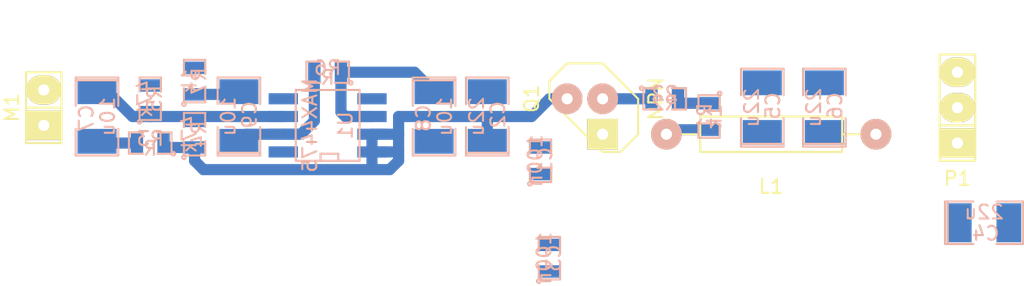
<source format=kicad_pcb>
(kicad_pcb (version 4) (host pcbnew "(2015-11-08 BZR 6303, Git 5897580)-product")

  (general
    (links 36)
    (no_connects 19)
    (area 127.686999 97.246 224.255001 120.979001)
    (thickness 1.6)
    (drawings 2)
    (tracks 50)
    (zones 0)
    (modules 21)
    (nets 13)
  )

  (page A4)
  (layers
    (0 F.Cu signal)
    (31 B.Cu signal)
    (32 B.Adhes user)
    (33 F.Adhes user)
    (34 B.Paste user)
    (35 F.Paste user)
    (36 B.SilkS user)
    (37 F.SilkS user)
    (38 B.Mask user)
    (39 F.Mask user)
    (40 Dwgs.User user)
    (41 Cmts.User user)
    (42 Eco1.User user)
    (43 Eco2.User user)
    (44 Edge.Cuts user)
    (45 Margin user)
    (46 B.CrtYd user)
    (47 F.CrtYd user)
    (48 B.Fab user)
    (49 F.Fab user)
  )

  (setup
    (last_trace_width 0.8)
    (user_trace_width 0.6)
    (user_trace_width 0.8)
    (user_trace_width 0.9)
    (user_trace_width 1)
    (user_trace_width 1.1)
    (user_trace_width 1.2)
    (trace_clearance 0)
    (zone_clearance 0.508)
    (zone_45_only no)
    (trace_min 0.2)
    (segment_width 0.2)
    (edge_width 0.15)
    (via_size 2.1)
    (via_drill 0.8)
    (via_min_size 0.4)
    (via_min_drill 0.3)
    (uvia_size 0.3)
    (uvia_drill 0.1)
    (uvias_allowed no)
    (uvia_min_size 0.2)
    (uvia_min_drill 0.1)
    (pcb_text_width 0.3)
    (pcb_text_size 1.5 1.5)
    (mod_edge_width 0.15)
    (mod_text_size 1 1)
    (mod_text_width 0.15)
    (pad_size 2.2 2.2)
    (pad_drill 0.8)
    (pad_to_mask_clearance 0.2)
    (aux_axis_origin 0 0)
    (visible_elements FFFCF77F)
    (pcbplotparams
      (layerselection 0x00030_80000001)
      (usegerberextensions false)
      (excludeedgelayer true)
      (linewidth 0.100000)
      (plotframeref false)
      (viasonmask false)
      (mode 1)
      (useauxorigin false)
      (hpglpennumber 1)
      (hpglpenspeed 20)
      (hpglpendiameter 15)
      (hpglpenoverlay 2)
      (psnegative false)
      (psa4output false)
      (plotreference true)
      (plotvalue true)
      (plotinvisibletext false)
      (padsonsilk false)
      (subtractmaskfromsilk false)
      (outputformat 1)
      (mirror false)
      (drillshape 1)
      (scaleselection 1)
      (outputdirectory ""))
  )

  (net 0 "")
  (net 1 "Net-(C1-Pad1)")
  (net 2 GND)
  (net 3 "Net-(C4-Pad1)")
  (net 4 "Net-(C5-Pad1)")
  (net 5 "Net-(C6-Pad1)")
  (net 6 "Net-(C7-Pad1)")
  (net 7 "Net-(C7-Pad2)")
  (net 8 "Net-(C8-Pad1)")
  (net 9 "Net-(C8-Pad2)")
  (net 10 "Net-(C9-Pad1)")
  (net 11 "Net-(C9-Pad2)")
  (net 12 "Net-(Q1-Pad2)")

  (net_class Default "This is the default net class."
    (clearance 0)
    (trace_width 0.8)
    (via_dia 2.1)
    (via_drill 0.8)
    (uvia_dia 0.3)
    (uvia_drill 0.1)
    (add_net GND)
    (add_net "Net-(C1-Pad1)")
    (add_net "Net-(C4-Pad1)")
    (add_net "Net-(C5-Pad1)")
    (add_net "Net-(C6-Pad1)")
    (add_net "Net-(C7-Pad1)")
    (add_net "Net-(C7-Pad2)")
    (add_net "Net-(C8-Pad1)")
    (add_net "Net-(C8-Pad2)")
    (add_net "Net-(C9-Pad1)")
    (add_net "Net-(C9-Pad2)")
    (add_net "Net-(Q1-Pad2)")
  )

  (module SMD_Packages:SMD-0805 (layer B.Cu) (tedit 0) (tstamp 5624FCE7)
    (at 211.455 111.125 90)
    (path /55FC4D07)
    (attr smd)
    (fp_text reference C1 (at 0 0.3175 90) (layer B.SilkS)
      (effects (font (size 1 1) (thickness 0.15)) (justify mirror))
    )
    (fp_text value 100n (at 0 -0.381 90) (layer B.SilkS)
      (effects (font (size 1 1) (thickness 0.15)) (justify mirror))
    )
    (fp_circle (center -1.651 -0.762) (end -1.651 -0.635) (layer B.SilkS) (width 0.15))
    (fp_line (start -0.508 -0.762) (end -1.524 -0.762) (layer B.SilkS) (width 0.15))
    (fp_line (start -1.524 -0.762) (end -1.524 0.762) (layer B.SilkS) (width 0.15))
    (fp_line (start -1.524 0.762) (end -0.508 0.762) (layer B.SilkS) (width 0.15))
    (fp_line (start 0.508 0.762) (end 1.524 0.762) (layer B.SilkS) (width 0.15))
    (fp_line (start 1.524 0.762) (end 1.524 -0.762) (layer B.SilkS) (width 0.15))
    (fp_line (start 1.524 -0.762) (end 0.508 -0.762) (layer B.SilkS) (width 0.15))
    (pad 1 smd rect (at -0.9525 0 90) (size 0.889 1.397) (layers B.Cu B.Paste B.Mask)
      (net 1 "Net-(C1-Pad1)"))
    (pad 2 smd rect (at 0.9525 0 90) (size 0.889 1.397) (layers B.Cu B.Paste B.Mask)
      (net 2 GND))
    (model SMD_Packages/SMD-0805.wrl
      (at (xyz 0 0 0))
      (scale (xyz 0.1 0.1 0.1))
      (rotate (xyz 0 0 0))
    )
  )

  (module SMD_Packages:SMD-1210_Pol (layer B.Cu) (tedit 0) (tstamp 5624FCED)
    (at 207.645 107.95 90)
    (tags "CMS SM")
    (path /55FD2E33)
    (attr smd)
    (fp_text reference C2 (at 0.127 0.762 90) (layer B.SilkS)
      (effects (font (size 1 1) (thickness 0.15)) (justify mirror))
    )
    (fp_text value 22u (at 0 -0.762 90) (layer B.SilkS)
      (effects (font (size 1 1) (thickness 0.15)) (justify mirror))
    )
    (fp_line (start -2.794 1.524) (end -2.794 -1.524) (layer B.SilkS) (width 0.15))
    (fp_line (start 0.889 -1.524) (end 2.794 -1.524) (layer B.SilkS) (width 0.15))
    (fp_line (start 2.794 -1.524) (end 2.794 1.524) (layer B.SilkS) (width 0.15))
    (fp_line (start 2.794 1.524) (end 0.889 1.524) (layer B.SilkS) (width 0.15))
    (fp_line (start -0.762 1.524) (end -2.794 1.524) (layer B.SilkS) (width 0.15))
    (fp_line (start -2.594 1.524) (end -2.594 -1.524) (layer B.SilkS) (width 0.15))
    (fp_line (start -2.794 -1.524) (end -0.762 -1.524) (layer B.SilkS) (width 0.15))
    (pad 1 smd rect (at -1.778 0 90) (size 1.778 2.794) (layers B.Cu B.Paste B.Mask)
      (net 1 "Net-(C1-Pad1)"))
    (pad 2 smd rect (at 1.778 0 90) (size 1.778 2.794) (layers B.Cu B.Paste B.Mask)
      (net 2 GND))
    (model SMD_Packages/SMD-1210_Pol.wrl
      (at (xyz 0 0 0))
      (scale (xyz 0.2 0.2 0.2))
      (rotate (xyz 0 0 0))
    )
  )

  (module SMD_Packages:SMD-0805 (layer B.Cu) (tedit 0) (tstamp 5624FCF3)
    (at 212.09 118.11 90)
    (path /55FC4430)
    (attr smd)
    (fp_text reference C3 (at 0 0.3175 90) (layer B.SilkS)
      (effects (font (size 1 1) (thickness 0.15)) (justify mirror))
    )
    (fp_text value 100n (at 0 -0.381 90) (layer B.SilkS)
      (effects (font (size 1 1) (thickness 0.15)) (justify mirror))
    )
    (fp_circle (center -1.651 -0.762) (end -1.651 -0.635) (layer B.SilkS) (width 0.15))
    (fp_line (start -0.508 -0.762) (end -1.524 -0.762) (layer B.SilkS) (width 0.15))
    (fp_line (start -1.524 -0.762) (end -1.524 0.762) (layer B.SilkS) (width 0.15))
    (fp_line (start -1.524 0.762) (end -0.508 0.762) (layer B.SilkS) (width 0.15))
    (fp_line (start 0.508 0.762) (end 1.524 0.762) (layer B.SilkS) (width 0.15))
    (fp_line (start 1.524 0.762) (end 1.524 -0.762) (layer B.SilkS) (width 0.15))
    (fp_line (start 1.524 -0.762) (end 0.508 -0.762) (layer B.SilkS) (width 0.15))
    (pad 1 smd rect (at -0.9525 0 90) (size 0.889 1.397) (layers B.Cu B.Paste B.Mask)
      (net 1 "Net-(C1-Pad1)"))
    (pad 2 smd rect (at 0.9525 0 90) (size 0.889 1.397) (layers B.Cu B.Paste B.Mask)
      (net 2 GND))
    (model SMD_Packages/SMD-0805.wrl
      (at (xyz 0 0 0))
      (scale (xyz 0.1 0.1 0.1))
      (rotate (xyz 0 0 0))
    )
  )

  (module SMD_Packages:SMD-1210_Pol (layer B.Cu) (tedit 0) (tstamp 5624FCF9)
    (at 243.205 115.57)
    (tags "CMS SM")
    (path /55FC423E)
    (attr smd)
    (fp_text reference C4 (at 0.127 0.762) (layer B.SilkS)
      (effects (font (size 1 1) (thickness 0.15)) (justify mirror))
    )
    (fp_text value 22u (at 0 -0.762) (layer B.SilkS)
      (effects (font (size 1 1) (thickness 0.15)) (justify mirror))
    )
    (fp_line (start -2.794 1.524) (end -2.794 -1.524) (layer B.SilkS) (width 0.15))
    (fp_line (start 0.889 -1.524) (end 2.794 -1.524) (layer B.SilkS) (width 0.15))
    (fp_line (start 2.794 -1.524) (end 2.794 1.524) (layer B.SilkS) (width 0.15))
    (fp_line (start 2.794 1.524) (end 0.889 1.524) (layer B.SilkS) (width 0.15))
    (fp_line (start -0.762 1.524) (end -2.794 1.524) (layer B.SilkS) (width 0.15))
    (fp_line (start -2.594 1.524) (end -2.594 -1.524) (layer B.SilkS) (width 0.15))
    (fp_line (start -2.794 -1.524) (end -0.762 -1.524) (layer B.SilkS) (width 0.15))
    (pad 1 smd rect (at -1.778 0) (size 1.778 2.794) (layers B.Cu B.Paste B.Mask)
      (net 3 "Net-(C4-Pad1)"))
    (pad 2 smd rect (at 1.778 0) (size 1.778 2.794) (layers B.Cu B.Paste B.Mask)
      (net 2 GND))
    (model SMD_Packages/SMD-1210_Pol.wrl
      (at (xyz 0 0 0))
      (scale (xyz 0.2 0.2 0.2))
      (rotate (xyz 0 0 0))
    )
  )

  (module SMD_Packages:SMD-1210_Pol (layer B.Cu) (tedit 0) (tstamp 5624FCFF)
    (at 227.33 107.315 90)
    (tags "CMS SM")
    (path /55FC459C)
    (attr smd)
    (fp_text reference C5 (at 0.127 0.762 90) (layer B.SilkS)
      (effects (font (size 1 1) (thickness 0.15)) (justify mirror))
    )
    (fp_text value 22u (at 0 -0.762 90) (layer B.SilkS)
      (effects (font (size 1 1) (thickness 0.15)) (justify mirror))
    )
    (fp_line (start -2.794 1.524) (end -2.794 -1.524) (layer B.SilkS) (width 0.15))
    (fp_line (start 0.889 -1.524) (end 2.794 -1.524) (layer B.SilkS) (width 0.15))
    (fp_line (start 2.794 -1.524) (end 2.794 1.524) (layer B.SilkS) (width 0.15))
    (fp_line (start 2.794 1.524) (end 0.889 1.524) (layer B.SilkS) (width 0.15))
    (fp_line (start -0.762 1.524) (end -2.794 1.524) (layer B.SilkS) (width 0.15))
    (fp_line (start -2.594 1.524) (end -2.594 -1.524) (layer B.SilkS) (width 0.15))
    (fp_line (start -2.794 -1.524) (end -0.762 -1.524) (layer B.SilkS) (width 0.15))
    (pad 1 smd rect (at -1.778 0 90) (size 1.778 2.794) (layers B.Cu B.Paste B.Mask)
      (net 4 "Net-(C5-Pad1)"))
    (pad 2 smd rect (at 1.778 0 90) (size 1.778 2.794) (layers B.Cu B.Paste B.Mask)
      (net 2 GND))
    (model SMD_Packages/SMD-1210_Pol.wrl
      (at (xyz 0 0 0))
      (scale (xyz 0.2 0.2 0.2))
      (rotate (xyz 0 0 0))
    )
  )

  (module SMD_Packages:SMD-1210_Pol (layer B.Cu) (tedit 0) (tstamp 5624FD05)
    (at 231.775 107.315 90)
    (tags "CMS SM")
    (path /55FD27A5)
    (attr smd)
    (fp_text reference C6 (at 0.127 0.762 90) (layer B.SilkS)
      (effects (font (size 1 1) (thickness 0.15)) (justify mirror))
    )
    (fp_text value 22u (at 0 -0.762 90) (layer B.SilkS)
      (effects (font (size 1 1) (thickness 0.15)) (justify mirror))
    )
    (fp_line (start -2.794 1.524) (end -2.794 -1.524) (layer B.SilkS) (width 0.15))
    (fp_line (start 0.889 -1.524) (end 2.794 -1.524) (layer B.SilkS) (width 0.15))
    (fp_line (start 2.794 -1.524) (end 2.794 1.524) (layer B.SilkS) (width 0.15))
    (fp_line (start 2.794 1.524) (end 0.889 1.524) (layer B.SilkS) (width 0.15))
    (fp_line (start -0.762 1.524) (end -2.794 1.524) (layer B.SilkS) (width 0.15))
    (fp_line (start -2.594 1.524) (end -2.594 -1.524) (layer B.SilkS) (width 0.15))
    (fp_line (start -2.794 -1.524) (end -0.762 -1.524) (layer B.SilkS) (width 0.15))
    (pad 1 smd rect (at -1.778 0 90) (size 1.778 2.794) (layers B.Cu B.Paste B.Mask)
      (net 5 "Net-(C6-Pad1)"))
    (pad 2 smd rect (at 1.778 0 90) (size 1.778 2.794) (layers B.Cu B.Paste B.Mask)
      (net 2 GND))
    (model SMD_Packages/SMD-1210_Pol.wrl
      (at (xyz 0 0 0))
      (scale (xyz 0.2 0.2 0.2))
      (rotate (xyz 0 0 0))
    )
  )

  (module SMD_Packages:SMD-1210_Pol (layer B.Cu) (tedit 0) (tstamp 5624FD0B)
    (at 179.705 107.95 270)
    (tags "CMS SM")
    (path /55FC2BFD)
    (attr smd)
    (fp_text reference C7 (at 0.127 0.762 270) (layer B.SilkS)
      (effects (font (size 1 1) (thickness 0.15)) (justify mirror))
    )
    (fp_text value 10u (at 0 -0.762 270) (layer B.SilkS)
      (effects (font (size 1 1) (thickness 0.15)) (justify mirror))
    )
    (fp_line (start -2.794 1.524) (end -2.794 -1.524) (layer B.SilkS) (width 0.15))
    (fp_line (start 0.889 -1.524) (end 2.794 -1.524) (layer B.SilkS) (width 0.15))
    (fp_line (start 2.794 -1.524) (end 2.794 1.524) (layer B.SilkS) (width 0.15))
    (fp_line (start 2.794 1.524) (end 0.889 1.524) (layer B.SilkS) (width 0.15))
    (fp_line (start -0.762 1.524) (end -2.794 1.524) (layer B.SilkS) (width 0.15))
    (fp_line (start -2.594 1.524) (end -2.594 -1.524) (layer B.SilkS) (width 0.15))
    (fp_line (start -2.794 -1.524) (end -0.762 -1.524) (layer B.SilkS) (width 0.15))
    (pad 1 smd rect (at -1.778 0 270) (size 1.778 2.794) (layers B.Cu B.Paste B.Mask)
      (net 6 "Net-(C7-Pad1)"))
    (pad 2 smd rect (at 1.778 0 270) (size 1.778 2.794) (layers B.Cu B.Paste B.Mask)
      (net 7 "Net-(C7-Pad2)"))
    (model SMD_Packages/SMD-1210_Pol.wrl
      (at (xyz 0 0 0))
      (scale (xyz 0.2 0.2 0.2))
      (rotate (xyz 0 0 0))
    )
  )

  (module SMD_Packages:SMD-1210_Pol (layer B.Cu) (tedit 0) (tstamp 5624FD11)
    (at 203.835 107.95 270)
    (tags "CMS SM")
    (path /55FC2D17)
    (attr smd)
    (fp_text reference C8 (at 0.127 0.762 270) (layer B.SilkS)
      (effects (font (size 1 1) (thickness 0.15)) (justify mirror))
    )
    (fp_text value 10u (at 0 -0.762 270) (layer B.SilkS)
      (effects (font (size 1 1) (thickness 0.15)) (justify mirror))
    )
    (fp_line (start -2.794 1.524) (end -2.794 -1.524) (layer B.SilkS) (width 0.15))
    (fp_line (start 0.889 -1.524) (end 2.794 -1.524) (layer B.SilkS) (width 0.15))
    (fp_line (start 2.794 -1.524) (end 2.794 1.524) (layer B.SilkS) (width 0.15))
    (fp_line (start 2.794 1.524) (end 0.889 1.524) (layer B.SilkS) (width 0.15))
    (fp_line (start -0.762 1.524) (end -2.794 1.524) (layer B.SilkS) (width 0.15))
    (fp_line (start -2.594 1.524) (end -2.594 -1.524) (layer B.SilkS) (width 0.15))
    (fp_line (start -2.794 -1.524) (end -0.762 -1.524) (layer B.SilkS) (width 0.15))
    (pad 1 smd rect (at -1.778 0 270) (size 1.778 2.794) (layers B.Cu B.Paste B.Mask)
      (net 8 "Net-(C8-Pad1)"))
    (pad 2 smd rect (at 1.778 0 270) (size 1.778 2.794) (layers B.Cu B.Paste B.Mask)
      (net 9 "Net-(C8-Pad2)"))
    (model SMD_Packages/SMD-1210_Pol.wrl
      (at (xyz 0 0 0))
      (scale (xyz 0.2 0.2 0.2))
      (rotate (xyz 0 0 0))
    )
  )

  (module SMD_Packages:SMD-1210_Pol (layer B.Cu) (tedit 0) (tstamp 5624FD17)
    (at 189.865 107.95 90)
    (tags "CMS SM")
    (path /55FC2DDD)
    (attr smd)
    (fp_text reference C9 (at 0.127 0.762 90) (layer B.SilkS)
      (effects (font (size 1 1) (thickness 0.15)) (justify mirror))
    )
    (fp_text value 10u (at 0 -0.762 90) (layer B.SilkS)
      (effects (font (size 1 1) (thickness 0.15)) (justify mirror))
    )
    (fp_line (start -2.794 1.524) (end -2.794 -1.524) (layer B.SilkS) (width 0.15))
    (fp_line (start 0.889 -1.524) (end 2.794 -1.524) (layer B.SilkS) (width 0.15))
    (fp_line (start 2.794 -1.524) (end 2.794 1.524) (layer B.SilkS) (width 0.15))
    (fp_line (start 2.794 1.524) (end 0.889 1.524) (layer B.SilkS) (width 0.15))
    (fp_line (start -0.762 1.524) (end -2.794 1.524) (layer B.SilkS) (width 0.15))
    (fp_line (start -2.594 1.524) (end -2.594 -1.524) (layer B.SilkS) (width 0.15))
    (fp_line (start -2.794 -1.524) (end -0.762 -1.524) (layer B.SilkS) (width 0.15))
    (pad 1 smd rect (at -1.778 0 90) (size 1.778 2.794) (layers B.Cu B.Paste B.Mask)
      (net 10 "Net-(C9-Pad1)"))
    (pad 2 smd rect (at 1.778 0 90) (size 1.778 2.794) (layers B.Cu B.Paste B.Mask)
      (net 11 "Net-(C9-Pad2)"))
    (model SMD_Packages/SMD-1210_Pol.wrl
      (at (xyz 0 0 0))
      (scale (xyz 0.2 0.2 0.2))
      (rotate (xyz 0 0 0))
    )
  )

  (module Resistors_ThroughHole:Resistor_Horizontal_RM15mm (layer F.Cu) (tedit 56250014) (tstamp 5624FD1D)
    (at 227.965 109.22 180)
    (descr "Resistor, Axial, RM 15mm,")
    (tags "Resistor, Axial, RM 15mm,")
    (path /55FC4092)
    (fp_text reference L1 (at 0 -3.74904 180) (layer F.SilkS)
      (effects (font (size 1 1) (thickness 0.15)))
    )
    (fp_text value INDUCTOR_SMALL (at 0 4.0005 180) (layer F.SilkS) hide
      (effects (font (size 1 1) (thickness 0.15)))
    )
    (fp_line (start -5.08 -1.27) (end -5.08 1.27) (layer F.SilkS) (width 0.15))
    (fp_line (start -5.08 1.27) (end 5.08 1.27) (layer F.SilkS) (width 0.15))
    (fp_line (start 5.08 1.27) (end 5.08 -1.27) (layer F.SilkS) (width 0.15))
    (fp_line (start 5.08 -1.27) (end -5.08 -1.27) (layer F.SilkS) (width 0.15))
    (fp_line (start 6.35 0) (end 5.08 0) (layer F.SilkS) (width 0.15))
    (fp_line (start -6.35 0) (end -5.08 0) (layer F.SilkS) (width 0.15))
    (pad 1 thru_hole circle (at -7.5 0 180) (size 2.2 2.2) (drill 0.8) (layers *.Cu *.SilkS *.Mask)
      (net 3 "Net-(C4-Pad1)"))
    (pad 2 thru_hole circle (at 7.5 0 180) (size 2.2 2.2) (drill 0.8) (layers *.Cu *.SilkS *.Mask)
      (net 4 "Net-(C5-Pad1)"))
    (model Resistors_ThroughHole/Resistor_Horizontal_RM15mm.wrl
      (at (xyz 0 0 0))
      (scale (xyz 0.4 0.4 0.4))
      (rotate (xyz 0 0 0))
    )
  )

  (module Pin_Headers:Pin_Header_Straight_1x02 (layer F.Cu) (tedit 5624FD38) (tstamp 5624FD23)
    (at 175.895 107.315 90)
    (descr "Through hole pin header")
    (tags "pin header")
    (path /55FC32F0)
    (fp_text reference M1 (at 0 -2.286 90) (layer F.SilkS)
      (effects (font (size 1 1) (thickness 0.15)))
    )
    (fp_text value MIC (at 0 0 90) (layer F.SilkS) hide
      (effects (font (size 1 1) (thickness 0.15)))
    )
    (fp_line (start 0 -1.27) (end 0 1.27) (layer F.SilkS) (width 0.15))
    (fp_line (start -2.54 -1.27) (end -2.54 1.27) (layer F.SilkS) (width 0.15))
    (fp_line (start -2.54 1.27) (end 0 1.27) (layer F.SilkS) (width 0.15))
    (fp_line (start 0 1.27) (end 2.54 1.27) (layer F.SilkS) (width 0.15))
    (fp_line (start 2.54 1.27) (end 2.54 -1.27) (layer F.SilkS) (width 0.15))
    (fp_line (start 2.54 -1.27) (end -2.54 -1.27) (layer F.SilkS) (width 0.15))
    (pad 1 thru_hole rect (at -1.27 0 90) (size 2.1 2.5) (drill 0.8) (layers *.Cu *.Mask F.SilkS)
      (net 7 "Net-(C7-Pad2)"))
    (pad 2 thru_hole oval (at 1.27 0 90) (size 2.1 2.5) (drill 0.8) (layers *.Cu *.Mask F.SilkS)
      (net 2 GND))
    (model Pin_Headers/Pin_Header_Straight_1x02.wrl
      (at (xyz 0 0 0))
      (scale (xyz 1 1 1))
      (rotate (xyz 0 0 0))
    )
  )

  (module Pin_Headers:Pin_Header_Straight_1x03 (layer F.Cu) (tedit 5624FF83) (tstamp 5624FD2A)
    (at 241.3 107.315 90)
    (descr "Through hole pin header")
    (tags "pin header")
    (path /55FC4775)
    (fp_text reference P1 (at -5.08 0 180) (layer F.SilkS)
      (effects (font (size 1 1) (thickness 0.15)))
    )
    (fp_text value Cable (at 0 0 90) (layer F.SilkS) hide
      (effects (font (size 1 1) (thickness 0.15)))
    )
    (fp_line (start -1.27 1.27) (end 3.81 1.27) (layer F.SilkS) (width 0.15))
    (fp_line (start 3.81 1.27) (end 3.81 -1.27) (layer F.SilkS) (width 0.15))
    (fp_line (start 3.81 -1.27) (end -1.27 -1.27) (layer F.SilkS) (width 0.15))
    (fp_line (start -3.81 -1.27) (end -1.27 -1.27) (layer F.SilkS) (width 0.15))
    (fp_line (start -1.27 -1.27) (end -1.27 1.27) (layer F.SilkS) (width 0.15))
    (fp_line (start -3.81 -1.27) (end -3.81 1.27) (layer F.SilkS) (width 0.15))
    (fp_line (start -3.81 1.27) (end -1.27 1.27) (layer F.SilkS) (width 0.15))
    (pad 1 thru_hole rect (at -2.54 0 90) (size 2.1 2.5) (drill 0.8) (layers *.Cu *.Mask F.SilkS)
      (net 3 "Net-(C4-Pad1)"))
    (pad 2 thru_hole oval (at 0 0 90) (size 2.1 2.5) (drill 0.8) (layers *.Cu *.Mask F.SilkS)
      (net 9 "Net-(C8-Pad2)"))
    (pad 3 thru_hole oval (at 2.54 0 90) (size 2.1 2.5) (drill 0.8) (layers *.Cu *.Mask F.SilkS)
      (net 2 GND))
    (model Pin_Headers/Pin_Header_Straight_1x03.wrl
      (at (xyz 0 0 0))
      (scale (xyz 1 1 1))
      (rotate (xyz 0 0 0))
    )
  )

  (module Discret:TO92-123 (layer F.Cu) (tedit 56250038) (tstamp 5624FD31)
    (at 214.63 107.95 270)
    (descr "Transistor TO92 brochage type BC237")
    (tags "TR TO92")
    (path /55FD29BF)
    (fp_text reference Q1 (at -1.27 3.81 270) (layer F.SilkS)
      (effects (font (size 1 1) (thickness 0.15)))
    )
    (fp_text value NPN (at -1.27 -5.08 270) (layer F.SilkS)
      (effects (font (size 1 1) (thickness 0.15)))
    )
    (fp_line (start -1.27 2.54) (end 2.54 -1.27) (layer F.SilkS) (width 0.15))
    (fp_line (start 2.54 -1.27) (end 2.54 -2.54) (layer F.SilkS) (width 0.15))
    (fp_line (start 2.54 -2.54) (end 1.27 -3.81) (layer F.SilkS) (width 0.15))
    (fp_line (start 1.27 -3.81) (end -1.27 -3.81) (layer F.SilkS) (width 0.15))
    (fp_line (start -1.27 -3.81) (end -3.81 -1.27) (layer F.SilkS) (width 0.15))
    (fp_line (start -3.81 -1.27) (end -3.81 1.27) (layer F.SilkS) (width 0.15))
    (fp_line (start -3.81 1.27) (end -2.54 2.54) (layer F.SilkS) (width 0.15))
    (fp_line (start -2.54 2.54) (end -1.27 2.54) (layer F.SilkS) (width 0.15))
    (pad 3 thru_hole rect (at 1.27 -1.27 270) (size 2.2 2.2) (drill 0.8) (layers *.Cu *.Mask F.SilkS)
      (net 4 "Net-(C5-Pad1)"))
    (pad 2 thru_hole circle (at -1.27 -1.27 270) (size 2.2 2.2) (drill 0.8) (layers *.Cu *.SilkS *.Mask)
      (net 12 "Net-(Q1-Pad2)"))
    (pad 1 thru_hole circle (at -1.27 1.27 270) (size 2.2 2.2) (drill 0.8) (layers *.Cu *.SilkS *.Mask)
      (net 1 "Net-(C1-Pad1)"))
    (model Discret/TO92-123.wrl
      (at (xyz 0 0 0))
      (scale (xyz 1 1 1))
      (rotate (xyz 0 0 0))
    )
  )

  (module SMD_Packages:SMD-0805 (layer B.Cu) (tedit 0) (tstamp 5624FD37)
    (at 223.52 107.95 270)
    (path /55FD27F6)
    (attr smd)
    (fp_text reference R1 (at 0 0.3175 270) (layer B.SilkS)
      (effects (font (size 1 1) (thickness 0.15)) (justify mirror))
    )
    (fp_text value 1k (at 0 -0.381 270) (layer B.SilkS)
      (effects (font (size 1 1) (thickness 0.15)) (justify mirror))
    )
    (fp_circle (center -1.651 -0.762) (end -1.651 -0.635) (layer B.SilkS) (width 0.15))
    (fp_line (start -0.508 -0.762) (end -1.524 -0.762) (layer B.SilkS) (width 0.15))
    (fp_line (start -1.524 -0.762) (end -1.524 0.762) (layer B.SilkS) (width 0.15))
    (fp_line (start -1.524 0.762) (end -0.508 0.762) (layer B.SilkS) (width 0.15))
    (fp_line (start 0.508 0.762) (end 1.524 0.762) (layer B.SilkS) (width 0.15))
    (fp_line (start 1.524 0.762) (end 1.524 -0.762) (layer B.SilkS) (width 0.15))
    (fp_line (start 1.524 -0.762) (end 0.508 -0.762) (layer B.SilkS) (width 0.15))
    (pad 1 smd rect (at -0.9525 0 270) (size 0.889 1.397) (layers B.Cu B.Paste B.Mask)
      (net 5 "Net-(C6-Pad1)"))
    (pad 2 smd rect (at 0.9525 0 270) (size 0.889 1.397) (layers B.Cu B.Paste B.Mask)
      (net 4 "Net-(C5-Pad1)"))
    (model SMD_Packages/SMD-0805.wrl
      (at (xyz 0 0 0))
      (scale (xyz 0.1 0.1 0.1))
      (rotate (xyz 0 0 0))
    )
  )

  (module SMD_Packages:SMD-0805 (layer B.Cu) (tedit 0) (tstamp 5624FD3D)
    (at 220.345 106.68)
    (path /55FD2938)
    (attr smd)
    (fp_text reference R2 (at 0 0.3175) (layer B.SilkS)
      (effects (font (size 1 1) (thickness 0.15)) (justify mirror))
    )
    (fp_text value 22 (at 0 -0.381) (layer B.SilkS)
      (effects (font (size 1 1) (thickness 0.15)) (justify mirror))
    )
    (fp_circle (center -1.651 -0.762) (end -1.651 -0.635) (layer B.SilkS) (width 0.15))
    (fp_line (start -0.508 -0.762) (end -1.524 -0.762) (layer B.SilkS) (width 0.15))
    (fp_line (start -1.524 -0.762) (end -1.524 0.762) (layer B.SilkS) (width 0.15))
    (fp_line (start -1.524 0.762) (end -0.508 0.762) (layer B.SilkS) (width 0.15))
    (fp_line (start 0.508 0.762) (end 1.524 0.762) (layer B.SilkS) (width 0.15))
    (fp_line (start 1.524 0.762) (end 1.524 -0.762) (layer B.SilkS) (width 0.15))
    (fp_line (start 1.524 -0.762) (end 0.508 -0.762) (layer B.SilkS) (width 0.15))
    (pad 1 smd rect (at -0.9525 0) (size 0.889 1.397) (layers B.Cu B.Paste B.Mask)
      (net 12 "Net-(Q1-Pad2)"))
    (pad 2 smd rect (at 0.9525 0) (size 0.889 1.397) (layers B.Cu B.Paste B.Mask)
      (net 5 "Net-(C6-Pad1)"))
    (model SMD_Packages/SMD-0805.wrl
      (at (xyz 0 0 0))
      (scale (xyz 0.1 0.1 0.1))
      (rotate (xyz 0 0 0))
    )
  )

  (module SMD_Packages:SMD-0805 (layer B.Cu) (tedit 0) (tstamp 5624FD43)
    (at 183.515 109.855 180)
    (path /55FC34AC)
    (attr smd)
    (fp_text reference R3 (at 0 0.3175 180) (layer B.SilkS)
      (effects (font (size 1 1) (thickness 0.15)) (justify mirror))
    )
    (fp_text value R (at 0 -0.381 180) (layer B.SilkS)
      (effects (font (size 1 1) (thickness 0.15)) (justify mirror))
    )
    (fp_circle (center -1.651 -0.762) (end -1.651 -0.635) (layer B.SilkS) (width 0.15))
    (fp_line (start -0.508 -0.762) (end -1.524 -0.762) (layer B.SilkS) (width 0.15))
    (fp_line (start -1.524 -0.762) (end -1.524 0.762) (layer B.SilkS) (width 0.15))
    (fp_line (start -1.524 0.762) (end -0.508 0.762) (layer B.SilkS) (width 0.15))
    (fp_line (start 0.508 0.762) (end 1.524 0.762) (layer B.SilkS) (width 0.15))
    (fp_line (start 1.524 0.762) (end 1.524 -0.762) (layer B.SilkS) (width 0.15))
    (fp_line (start 1.524 -0.762) (end 0.508 -0.762) (layer B.SilkS) (width 0.15))
    (pad 1 smd rect (at -0.9525 0 180) (size 0.889 1.397) (layers B.Cu B.Paste B.Mask)
      (net 1 "Net-(C1-Pad1)"))
    (pad 2 smd rect (at 0.9525 0 180) (size 0.889 1.397) (layers B.Cu B.Paste B.Mask)
      (net 7 "Net-(C7-Pad2)"))
    (model SMD_Packages/SMD-0805.wrl
      (at (xyz 0 0 0))
      (scale (xyz 0.1 0.1 0.1))
      (rotate (xyz 0 0 0))
    )
  )

  (module SMD_Packages:SMD-0805 (layer B.Cu) (tedit 0) (tstamp 5624FD49)
    (at 186.69 109.22 90)
    (path /55FC309F)
    (attr smd)
    (fp_text reference R4 (at 0 0.3175 90) (layer B.SilkS)
      (effects (font (size 1 1) (thickness 0.15)) (justify mirror))
    )
    (fp_text value 47k (at 0 -0.381 90) (layer B.SilkS)
      (effects (font (size 1 1) (thickness 0.15)) (justify mirror))
    )
    (fp_circle (center -1.651 -0.762) (end -1.651 -0.635) (layer B.SilkS) (width 0.15))
    (fp_line (start -0.508 -0.762) (end -1.524 -0.762) (layer B.SilkS) (width 0.15))
    (fp_line (start -1.524 -0.762) (end -1.524 0.762) (layer B.SilkS) (width 0.15))
    (fp_line (start -1.524 0.762) (end -0.508 0.762) (layer B.SilkS) (width 0.15))
    (fp_line (start 0.508 0.762) (end 1.524 0.762) (layer B.SilkS) (width 0.15))
    (fp_line (start 1.524 0.762) (end 1.524 -0.762) (layer B.SilkS) (width 0.15))
    (fp_line (start 1.524 -0.762) (end 0.508 -0.762) (layer B.SilkS) (width 0.15))
    (pad 1 smd rect (at -0.9525 0 90) (size 0.889 1.397) (layers B.Cu B.Paste B.Mask)
      (net 1 "Net-(C1-Pad1)"))
    (pad 2 smd rect (at 0.9525 0 90) (size 0.889 1.397) (layers B.Cu B.Paste B.Mask)
      (net 6 "Net-(C7-Pad1)"))
    (model SMD_Packages/SMD-0805.wrl
      (at (xyz 0 0 0))
      (scale (xyz 0.1 0.1 0.1))
      (rotate (xyz 0 0 0))
    )
  )

  (module SMD_Packages:SMD-0805 (layer B.Cu) (tedit 0) (tstamp 5624FD4F)
    (at 183.515 106.68 90)
    (path /55FC3042)
    (attr smd)
    (fp_text reference R5 (at 0 0.3175 90) (layer B.SilkS)
      (effects (font (size 1 1) (thickness 0.15)) (justify mirror))
    )
    (fp_text value 47k (at 0 -0.381 90) (layer B.SilkS)
      (effects (font (size 1 1) (thickness 0.15)) (justify mirror))
    )
    (fp_circle (center -1.651 -0.762) (end -1.651 -0.635) (layer B.SilkS) (width 0.15))
    (fp_line (start -0.508 -0.762) (end -1.524 -0.762) (layer B.SilkS) (width 0.15))
    (fp_line (start -1.524 -0.762) (end -1.524 0.762) (layer B.SilkS) (width 0.15))
    (fp_line (start -1.524 0.762) (end -0.508 0.762) (layer B.SilkS) (width 0.15))
    (fp_line (start 0.508 0.762) (end 1.524 0.762) (layer B.SilkS) (width 0.15))
    (fp_line (start 1.524 0.762) (end 1.524 -0.762) (layer B.SilkS) (width 0.15))
    (fp_line (start 1.524 -0.762) (end 0.508 -0.762) (layer B.SilkS) (width 0.15))
    (pad 1 smd rect (at -0.9525 0 90) (size 0.889 1.397) (layers B.Cu B.Paste B.Mask)
      (net 6 "Net-(C7-Pad1)"))
    (pad 2 smd rect (at 0.9525 0 90) (size 0.889 1.397) (layers B.Cu B.Paste B.Mask)
      (net 2 GND))
    (model SMD_Packages/SMD-0805.wrl
      (at (xyz 0 0 0))
      (scale (xyz 0.1 0.1 0.1))
      (rotate (xyz 0 0 0))
    )
  )

  (module SMD_Packages:SMD-0805 (layer B.Cu) (tedit 0) (tstamp 5624FD55)
    (at 196.215 104.775 180)
    (path /55FC2E39)
    (attr smd)
    (fp_text reference R6 (at 0 0.3175 180) (layer B.SilkS)
      (effects (font (size 1 1) (thickness 0.15)) (justify mirror))
    )
    (fp_text value R (at 0 -0.381 180) (layer B.SilkS)
      (effects (font (size 1 1) (thickness 0.15)) (justify mirror))
    )
    (fp_circle (center -1.651 -0.762) (end -1.651 -0.635) (layer B.SilkS) (width 0.15))
    (fp_line (start -0.508 -0.762) (end -1.524 -0.762) (layer B.SilkS) (width 0.15))
    (fp_line (start -1.524 -0.762) (end -1.524 0.762) (layer B.SilkS) (width 0.15))
    (fp_line (start -1.524 0.762) (end -0.508 0.762) (layer B.SilkS) (width 0.15))
    (fp_line (start 0.508 0.762) (end 1.524 0.762) (layer B.SilkS) (width 0.15))
    (fp_line (start 1.524 0.762) (end 1.524 -0.762) (layer B.SilkS) (width 0.15))
    (fp_line (start 1.524 -0.762) (end 0.508 -0.762) (layer B.SilkS) (width 0.15))
    (pad 1 smd rect (at -0.9525 0 180) (size 0.889 1.397) (layers B.Cu B.Paste B.Mask)
      (net 8 "Net-(C8-Pad1)"))
    (pad 2 smd rect (at 0.9525 0 180) (size 0.889 1.397) (layers B.Cu B.Paste B.Mask)
      (net 10 "Net-(C9-Pad1)"))
    (model SMD_Packages/SMD-0805.wrl
      (at (xyz 0 0 0))
      (scale (xyz 0.1 0.1 0.1))
      (rotate (xyz 0 0 0))
    )
  )

  (module SMD_Packages:SMD-0805 (layer B.Cu) (tedit 0) (tstamp 5624FD5B)
    (at 186.69 105.41 90)
    (path /55FC2F28)
    (attr smd)
    (fp_text reference R7 (at 0 0.3175 90) (layer B.SilkS)
      (effects (font (size 1 1) (thickness 0.15)) (justify mirror))
    )
    (fp_text value 1k (at 0 -0.381 90) (layer B.SilkS)
      (effects (font (size 1 1) (thickness 0.15)) (justify mirror))
    )
    (fp_circle (center -1.651 -0.762) (end -1.651 -0.635) (layer B.SilkS) (width 0.15))
    (fp_line (start -0.508 -0.762) (end -1.524 -0.762) (layer B.SilkS) (width 0.15))
    (fp_line (start -1.524 -0.762) (end -1.524 0.762) (layer B.SilkS) (width 0.15))
    (fp_line (start -1.524 0.762) (end -0.508 0.762) (layer B.SilkS) (width 0.15))
    (fp_line (start 0.508 0.762) (end 1.524 0.762) (layer B.SilkS) (width 0.15))
    (fp_line (start 1.524 0.762) (end 1.524 -0.762) (layer B.SilkS) (width 0.15))
    (fp_line (start 1.524 -0.762) (end 0.508 -0.762) (layer B.SilkS) (width 0.15))
    (pad 1 smd rect (at -0.9525 0 90) (size 0.889 1.397) (layers B.Cu B.Paste B.Mask)
      (net 11 "Net-(C9-Pad2)"))
    (pad 2 smd rect (at 0.9525 0 90) (size 0.889 1.397) (layers B.Cu B.Paste B.Mask)
      (net 2 GND))
    (model SMD_Packages/SMD-0805.wrl
      (at (xyz 0 0 0))
      (scale (xyz 0.1 0.1 0.1))
      (rotate (xyz 0 0 0))
    )
  )

  (module SMD_Packages:SOIC-8-N (layer B.Cu) (tedit 5624FFC3) (tstamp 5624FD67)
    (at 196.215 108.585 90)
    (descr "Module Narrow CMS SOJ 8 pins large")
    (tags "CMS SOJ")
    (path /55FC2A49)
    (attr smd)
    (fp_text reference U1 (at 0 1.27 90) (layer B.SilkS)
      (effects (font (size 1 1) (thickness 0.15)) (justify mirror))
    )
    (fp_text value MAX4475 (at 0 -1.27 90) (layer B.SilkS)
      (effects (font (size 1 1) (thickness 0.15)) (justify mirror))
    )
    (fp_line (start -2.54 2.286) (end 2.54 2.286) (layer B.SilkS) (width 0.15))
    (fp_line (start 2.54 2.286) (end 2.54 -2.286) (layer B.SilkS) (width 0.15))
    (fp_line (start 2.54 -2.286) (end -2.54 -2.286) (layer B.SilkS) (width 0.15))
    (fp_line (start -2.54 -2.286) (end -2.54 2.286) (layer B.SilkS) (width 0.15))
    (fp_line (start -2.54 0.762) (end -2.032 0.762) (layer B.SilkS) (width 0.15))
    (fp_line (start -2.032 0.762) (end -2.032 -0.508) (layer B.SilkS) (width 0.15))
    (fp_line (start -2.032 -0.508) (end -2.54 -0.508) (layer B.SilkS) (width 0.15))
    (pad 8 smd rect (at -1.905 3.175 90) (size 0.8 2.1) (layers B.Cu B.Paste B.Mask)
      (net 1 "Net-(C1-Pad1)"))
    (pad 7 smd rect (at -0.635 3.175 90) (size 0.8 2.1) (layers B.Cu B.Paste B.Mask)
      (net 1 "Net-(C1-Pad1)"))
    (pad 6 smd rect (at 0.635 3.175 90) (size 0.8 2.1) (layers B.Cu B.Paste B.Mask)
      (net 8 "Net-(C8-Pad1)"))
    (pad 5 smd rect (at 1.905 3.175 90) (size 0.8 2.1) (layers B.Cu B.Paste B.Mask))
    (pad 4 smd rect (at 1.905 -3.175 90) (size 0.8 2.1) (layers B.Cu B.Paste B.Mask)
      (net 2 GND))
    (pad 3 smd rect (at 0.635 -3.175 90) (size 0.8 2.1) (layers B.Cu B.Paste B.Mask)
      (net 6 "Net-(C7-Pad1)"))
    (pad 2 smd rect (at -0.635 -3.175 90) (size 0.8 2.1) (layers B.Cu B.Paste B.Mask)
      (net 10 "Net-(C9-Pad1)"))
    (pad 1 smd rect (at -1.905 -3.175 90) (size 0.8 2.1) (layers B.Cu B.Paste B.Mask))
    (model SMD_Packages/SOIC-8-N.wrl
      (at (xyz 0 0 0))
      (scale (xyz 0.5 0.38 0.5))
      (rotate (xyz 0 0 0))
    )
  )

  (gr_line (start 174.625 99.695) (end 224.155 99.695) (angle 90) (layer Dwgs.User) (width 0.2))
  (gr_line (start 174.625 114.935) (end 224.155 114.935) (angle 90) (layer Dwgs.User) (width 0.2))

  (segment (start 207.645 109.728) (end 207.645 107.95) (width 0.8) (layer B.Cu) (net 1))
  (segment (start 199.39 109.22) (end 199.39 110.49) (width 0.8) (layer B.Cu) (net 1))
  (segment (start 199.39 110.49) (end 199.39 111.76) (width 0.8) (layer B.Cu) (net 1))
  (segment (start 201.295 110.49) (end 199.39 110.49) (width 0.8) (layer B.Cu) (net 1))
  (segment (start 201.295 109.22) (end 199.39 109.22) (width 0.8) (layer B.Cu) (net 1))
  (segment (start 199.39 111.76) (end 187.325 111.76) (width 0.8) (layer B.Cu) (net 1))
  (segment (start 187.325 111.76) (end 186.69 111.125) (width 0.8) (layer B.Cu) (net 1) (tstamp 56411605))
  (segment (start 186.69 111.125) (end 186.69 110.1725) (width 0.8) (layer B.Cu) (net 1) (tstamp 56411606))
  (segment (start 201.295 111.125) (end 200.66 111.76) (width 0.8) (layer B.Cu) (net 1) (tstamp 564115F4))
  (segment (start 201.295 110.49) (end 201.295 111.125) (width 0.8) (layer B.Cu) (net 1) (tstamp 5641160F))
  (segment (start 200.66 111.76) (end 199.39 111.76) (width 0.8) (layer B.Cu) (net 1) (tstamp 564115F5))
  (segment (start 213.36 106.68) (end 212.09 106.68) (width 0.8) (layer B.Cu) (net 1))
  (segment (start 210.82 107.95) (end 207.645 107.95) (width 0.8) (layer B.Cu) (net 1) (tstamp 564115F1))
  (segment (start 207.645 107.95) (end 201.295 107.95) (width 0.8) (layer B.Cu) (net 1) (tstamp 5641161A))
  (segment (start 212.09 106.68) (end 210.82 107.95) (width 0.8) (layer B.Cu) (net 1) (tstamp 564115F0))
  (segment (start 201.295 107.95) (end 201.295 109.22) (width 0.8) (layer B.Cu) (net 1))
  (segment (start 201.295 109.22) (end 201.295 110.49) (width 0.8) (layer B.Cu) (net 1) (tstamp 5641160B))
  (segment (start 186.69 110.1725) (end 184.785 110.1725) (width 0.8) (layer B.Cu) (net 1))
  (segment (start 184.785 110.1725) (end 184.4675 109.855) (width 0.8) (layer B.Cu) (net 1) (tstamp 564113BB))
  (segment (start 223.52 108.9025) (end 220.7825 108.9025) (width 0.8) (layer B.Cu) (net 4))
  (segment (start 220.7825 108.9025) (end 220.465 109.22) (width 0.8) (layer B.Cu) (net 4) (tstamp 564114EB))
  (segment (start 227.3935 109.1565) (end 227.33 109.093) (width 0.8) (layer B.Cu) (net 4) (tstamp 56411492) (status 30))
  (segment (start 227.5205 108.9025) (end 227.33 109.093) (width 0.8) (layer B.Cu) (net 4) (tstamp 5641146A) (status 30))
  (segment (start 227.203 109.22) (end 227.33 109.093) (width 0.8) (layer B.Cu) (net 4) (tstamp 56411467) (status 30))
  (segment (start 223.52 106.9975) (end 221.615 106.9975) (width 0.8) (layer B.Cu) (net 5))
  (segment (start 221.615 106.9975) (end 221.2975 106.68) (width 0.8) (layer B.Cu) (net 5) (tstamp 564114EE))
  (segment (start 186.69 108.2675) (end 186.69 107.95) (width 0.8) (layer B.Cu) (net 6) (status 10))
  (segment (start 179.705 106.172) (end 180.467 106.172) (width 0.8) (layer B.Cu) (net 6))
  (segment (start 180.467 106.172) (end 182.245 107.95) (width 0.8) (layer B.Cu) (net 6) (tstamp 562502E8))
  (segment (start 182.245 107.95) (end 183.515 107.95) (width 0.8) (layer B.Cu) (net 6) (tstamp 562502EB) (status 20))
  (segment (start 183.515 107.95) (end 183.515 107.6325) (width 0.8) (layer B.Cu) (net 6) (tstamp 562502EE) (status 30))
  (segment (start 193.04 107.95) (end 186.69 107.95) (width 0.8) (layer B.Cu) (net 6) (status 10))
  (segment (start 186.69 107.95) (end 183.515 107.95) (width 0.8) (layer B.Cu) (net 6) (tstamp 5641139D) (status 20))
  (segment (start 183.515 107.95) (end 183.515 107.6325) (width 0.8) (layer B.Cu) (net 6) (tstamp 562502E1) (status 30))
  (segment (start 176.022 108.458) (end 175.895 108.585) (width 0.8) (layer B.Cu) (net 7) (tstamp 564113CD))
  (segment (start 182.5625 109.855) (end 179.832 109.855) (width 0.8) (layer B.Cu) (net 7))
  (segment (start 179.832 109.855) (end 179.705 109.728) (width 0.8) (layer B.Cu) (net 7) (tstamp 564113BE))
  (segment (start 197.1675 104.775) (end 202.438 104.775) (width 0.8) (layer B.Cu) (net 8) (status 400000))
  (segment (start 202.438 104.775) (end 203.835 106.172) (width 0.8) (layer B.Cu) (net 8) (tstamp 56411630) (status 800000))
  (segment (start 197.1675 104.775) (end 197.1675 107.6325) (width 0.8) (layer B.Cu) (net 8))
  (segment (start 197.485 107.95) (end 199.39 107.95) (width 0.8) (layer B.Cu) (net 8) (tstamp 56411300) (status 20))
  (segment (start 197.1675 107.6325) (end 197.485 107.95) (width 0.8) (layer B.Cu) (net 8) (tstamp 564112FF))
  (segment (start 195.2625 104.775) (end 195.2625 108.2675) (width 0.8) (layer B.Cu) (net 10))
  (segment (start 194.31 109.22) (end 193.04 109.22) (width 0.8) (layer B.Cu) (net 10) (tstamp 564112FC) (status 20))
  (segment (start 195.2625 108.2675) (end 194.31 109.22) (width 0.8) (layer B.Cu) (net 10) (tstamp 564112FB))
  (segment (start 193.04 109.22) (end 190.373 109.22) (width 0.8) (layer B.Cu) (net 10) (status 10))
  (segment (start 190.373 109.22) (end 189.865 109.728) (width 0.8) (layer B.Cu) (net 10) (tstamp 564112F5))
  (segment (start 186.69 106.3625) (end 189.6745 106.3625) (width 0.8) (layer B.Cu) (net 11))
  (segment (start 189.6745 106.3625) (end 189.865 106.172) (width 0.8) (layer B.Cu) (net 11) (tstamp 564112F8))
  (segment (start 219.3925 106.68) (end 215.9 106.68) (width 0.8) (layer B.Cu) (net 12))

)

</source>
